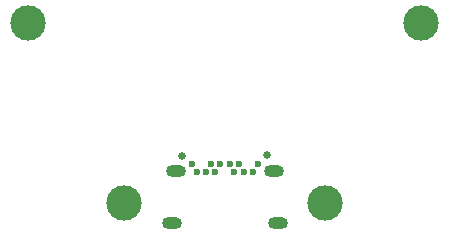
<source format=gbr>
%TF.GenerationSoftware,KiCad,Pcbnew,7.0.5*%
%TF.CreationDate,2024-03-06T10:31:56-05:00*%
%TF.ProjectId,female_connector,66656d61-6c65-45f6-936f-6e6e6563746f,rev?*%
%TF.SameCoordinates,Original*%
%TF.FileFunction,Soldermask,Bot*%
%TF.FilePolarity,Negative*%
%FSLAX46Y46*%
G04 Gerber Fmt 4.6, Leading zero omitted, Abs format (unit mm)*
G04 Created by KiCad (PCBNEW 7.0.5) date 2024-03-06 10:31:56*
%MOMM*%
%LPD*%
G01*
G04 APERTURE LIST*
%ADD10C,0.650000*%
%ADD11O,1.700000X1.000000*%
%ADD12C,0.600000*%
%ADD13C,3.000000*%
G04 APERTURE END LIST*
D10*
%TO.C,J2*%
X-3600000Y-4370000D03*
X3595000Y-4335000D03*
D11*
X-4125000Y-5620000D03*
X-4485000Y-10010000D03*
X4485000Y-10010000D03*
X4125000Y-5620000D03*
D12*
X2800000Y-5020000D03*
X2400000Y-5720000D03*
X1600000Y-5720000D03*
X1200000Y-5020000D03*
X800000Y-5720000D03*
X400000Y-5020000D03*
X-400000Y-5020000D03*
X-800000Y-5720000D03*
X-1200000Y-5020000D03*
X-1600000Y-5720000D03*
X-2400000Y-5720000D03*
X-2800000Y-5020000D03*
%TD*%
D13*
%TO.C,H1*%
X-16637000Y6858000D03*
%TD*%
%TO.C,H4*%
X8509000Y-8382000D03*
%TD*%
%TO.C,H3*%
X-8509000Y-8382000D03*
%TD*%
%TO.C,H2*%
X16637000Y6858000D03*
%TD*%
M02*

</source>
